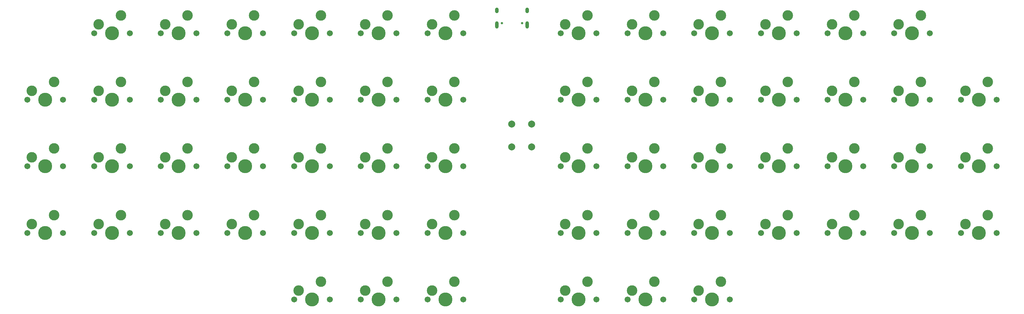
<source format=gbr>
%TF.GenerationSoftware,KiCad,Pcbnew,7.0.9*%
%TF.CreationDate,2024-01-02T18:20:27+09:00*%
%TF.ProjectId,SpaceCadet2024,53706163-6543-4616-9465-74323032342e,rev?*%
%TF.SameCoordinates,Original*%
%TF.FileFunction,Soldermask,Top*%
%TF.FilePolarity,Negative*%
%FSLAX46Y46*%
G04 Gerber Fmt 4.6, Leading zero omitted, Abs format (unit mm)*
G04 Created by KiCad (PCBNEW 7.0.9) date 2024-01-02 18:20:27*
%MOMM*%
%LPD*%
G01*
G04 APERTURE LIST*
%ADD10C,1.701800*%
%ADD11C,3.000000*%
%ADD12C,3.987800*%
%ADD13C,2.000000*%
%ADD14C,0.650000*%
%ADD15O,1.000000X1.600000*%
%ADD16O,1.000000X2.100000*%
G04 APERTURE END LIST*
D10*
%TO.C,SW9*%
X187770000Y-21850000D03*
D11*
X189040000Y-19310000D03*
D12*
X192850000Y-21850000D03*
D11*
X195390000Y-16770000D03*
D10*
X197930000Y-21850000D03*
%TD*%
%TO.C,SW19*%
X149770000Y-40850000D03*
D11*
X151040000Y-38310000D03*
D12*
X154850000Y-40850000D03*
D11*
X157390000Y-35770000D03*
D10*
X159930000Y-40850000D03*
%TD*%
%TO.C,SW38*%
X35770000Y-78850000D03*
D11*
X37040000Y-76310000D03*
D12*
X40850000Y-78850000D03*
D11*
X43390000Y-73770000D03*
D10*
X45930000Y-78850000D03*
%TD*%
%TO.C,SW14*%
X35770000Y-40850000D03*
D11*
X37040000Y-38310000D03*
D12*
X40850000Y-40850000D03*
D11*
X43390000Y-35770000D03*
D10*
X45930000Y-40850000D03*
%TD*%
%TO.C,SW39*%
X54770000Y-78850000D03*
D11*
X56040000Y-76310000D03*
D12*
X59850000Y-78850000D03*
D11*
X62390000Y-73770000D03*
D10*
X64930000Y-78850000D03*
%TD*%
%TO.C,SW40*%
X73770000Y-78850000D03*
D11*
X75040000Y-76310000D03*
D12*
X78850000Y-78850000D03*
D11*
X81390000Y-73770000D03*
D10*
X83930000Y-78850000D03*
%TD*%
%TO.C,SW21*%
X187770000Y-40850000D03*
D11*
X189040000Y-38310000D03*
D12*
X192850000Y-40850000D03*
D11*
X195390000Y-35770000D03*
D10*
X197930000Y-40850000D03*
%TD*%
%TO.C,SW56*%
X168770000Y-97850000D03*
D11*
X170040000Y-95310000D03*
D12*
X173850000Y-97850000D03*
D11*
X176390000Y-92770000D03*
D10*
X178930000Y-97850000D03*
%TD*%
%TO.C,SW45*%
X187770000Y-78850000D03*
D11*
X189040000Y-76310000D03*
D12*
X192850000Y-78850000D03*
D11*
X195390000Y-73770000D03*
D10*
X197930000Y-78850000D03*
%TD*%
%TO.C,SW30*%
X111770000Y-59850000D03*
D11*
X113040000Y-57310000D03*
D12*
X116850000Y-59850000D03*
D11*
X119390000Y-54770000D03*
D10*
X121930000Y-59850000D03*
%TD*%
%TO.C,SW50*%
X-2230000Y-59850000D03*
D11*
X-960000Y-57310000D03*
D12*
X2850000Y-59850000D03*
D11*
X5390000Y-54770000D03*
D10*
X7930000Y-59850000D03*
%TD*%
%TO.C,SW33*%
X187770000Y-59850000D03*
D11*
X189040000Y-57310000D03*
D12*
X192850000Y-59850000D03*
D11*
X195390000Y-54770000D03*
D10*
X197930000Y-59850000D03*
%TD*%
%TO.C,SW59*%
X263770000Y-59850000D03*
D11*
X265040000Y-57310000D03*
D12*
X268850000Y-59850000D03*
D11*
X271390000Y-54770000D03*
D10*
X273930000Y-59850000D03*
%TD*%
%TO.C,SW58*%
X263770000Y-78850000D03*
D11*
X265040000Y-76310000D03*
D12*
X268850000Y-78850000D03*
D11*
X271390000Y-73770000D03*
D10*
X273930000Y-78850000D03*
%TD*%
%TO.C,SW12*%
X244770000Y-21850000D03*
D11*
X246040000Y-19310000D03*
D12*
X249850000Y-21850000D03*
D11*
X252390000Y-16770000D03*
D10*
X254930000Y-21850000D03*
%TD*%
%TO.C,SW32*%
X168770000Y-59850000D03*
D11*
X170040000Y-57310000D03*
D12*
X173850000Y-59850000D03*
D11*
X176390000Y-54770000D03*
D10*
X178930000Y-59850000D03*
%TD*%
%TO.C,SW10*%
X206770000Y-21850000D03*
D11*
X208040000Y-19310000D03*
D12*
X211850000Y-21850000D03*
D11*
X214390000Y-16770000D03*
D10*
X216930000Y-21850000D03*
%TD*%
%TO.C,SW22*%
X206770000Y-40850000D03*
D11*
X208040000Y-38310000D03*
D12*
X211850000Y-40850000D03*
D11*
X214390000Y-35770000D03*
D10*
X216930000Y-40850000D03*
%TD*%
%TO.C,SW43*%
X149770000Y-78850000D03*
D11*
X151040000Y-76310000D03*
D12*
X154850000Y-78850000D03*
D11*
X157390000Y-73770000D03*
D10*
X159930000Y-78850000D03*
%TD*%
%TO.C,SW8*%
X168770000Y-21850000D03*
D11*
X170040000Y-19310000D03*
D12*
X173850000Y-21850000D03*
D11*
X176390000Y-16770000D03*
D10*
X178930000Y-21850000D03*
%TD*%
%TO.C,SW55*%
X149770000Y-97850000D03*
D11*
X151040000Y-95310000D03*
D12*
X154850000Y-97850000D03*
D11*
X157390000Y-92770000D03*
D10*
X159930000Y-97850000D03*
%TD*%
%TO.C,SW44*%
X168770000Y-78850000D03*
D11*
X170040000Y-76310000D03*
D12*
X173850000Y-78850000D03*
D11*
X176390000Y-73770000D03*
D10*
X178930000Y-78850000D03*
%TD*%
%TO.C,SW37*%
X16770000Y-78850000D03*
D11*
X18040000Y-76310000D03*
D12*
X21850000Y-78850000D03*
D11*
X24390000Y-73770000D03*
D10*
X26930000Y-78850000D03*
%TD*%
%TO.C,SW1*%
X16770000Y-21850000D03*
D11*
X18040000Y-19310000D03*
D12*
X21850000Y-21850000D03*
D11*
X24390000Y-16770000D03*
D10*
X26930000Y-21850000D03*
%TD*%
%TO.C,SW28*%
X73770000Y-59850000D03*
D11*
X75040000Y-57310000D03*
D12*
X78850000Y-59850000D03*
D11*
X81390000Y-54770000D03*
D10*
X83930000Y-59850000D03*
%TD*%
%TO.C,SW47*%
X225770000Y-78850000D03*
D11*
X227040000Y-76310000D03*
D12*
X230850000Y-78850000D03*
D11*
X233390000Y-73770000D03*
D10*
X235930000Y-78850000D03*
%TD*%
%TO.C,SW29*%
X92770000Y-59850000D03*
D11*
X94040000Y-57310000D03*
D12*
X97850000Y-59850000D03*
D11*
X100390000Y-54770000D03*
D10*
X102930000Y-59850000D03*
%TD*%
%TO.C,SW31*%
X149770000Y-59850000D03*
D11*
X151040000Y-57310000D03*
D12*
X154850000Y-59850000D03*
D11*
X157390000Y-54770000D03*
D10*
X159930000Y-59850000D03*
%TD*%
%TO.C,SW24*%
X244770000Y-40850000D03*
D11*
X246040000Y-38310000D03*
D12*
X249850000Y-40850000D03*
D11*
X252390000Y-35770000D03*
D10*
X254930000Y-40850000D03*
%TD*%
%TO.C,SW27*%
X54780000Y-59850000D03*
D11*
X56050000Y-57310000D03*
D12*
X59860000Y-59850000D03*
D11*
X62400000Y-54770000D03*
D10*
X64940000Y-59850000D03*
%TD*%
%TO.C,SW57*%
X187770000Y-97850000D03*
D11*
X189040000Y-95310000D03*
D12*
X192850000Y-97850000D03*
D11*
X195390000Y-92770000D03*
D10*
X197930000Y-97850000D03*
%TD*%
%TO.C,SW13*%
X16770000Y-40850000D03*
D11*
X18040000Y-38310000D03*
D12*
X21850000Y-40850000D03*
D11*
X24390000Y-35770000D03*
D10*
X26930000Y-40850000D03*
%TD*%
%TO.C,SW53*%
X92770000Y-97850000D03*
D11*
X94040000Y-95310000D03*
D12*
X97850000Y-97850000D03*
D11*
X100390000Y-92770000D03*
D10*
X102930000Y-97850000D03*
%TD*%
%TO.C,SW34*%
X206770000Y-59850000D03*
D11*
X208040000Y-57310000D03*
D12*
X211850000Y-59850000D03*
D11*
X214390000Y-54770000D03*
D10*
X216930000Y-59850000D03*
%TD*%
%TO.C,SW60*%
X263770000Y-40850000D03*
D11*
X265040000Y-38310000D03*
D12*
X268850000Y-40850000D03*
D11*
X271390000Y-35770000D03*
D10*
X273930000Y-40850000D03*
%TD*%
%TO.C,SW17*%
X92770000Y-40850000D03*
D11*
X94040000Y-38310000D03*
D12*
X97850000Y-40850000D03*
D11*
X100390000Y-35770000D03*
D10*
X102930000Y-40850000D03*
%TD*%
%TO.C,SW6*%
X111770000Y-21850000D03*
D11*
X113040000Y-19310000D03*
D12*
X116850000Y-21850000D03*
D11*
X119390000Y-16770000D03*
D10*
X121930000Y-21850000D03*
%TD*%
%TO.C,SW41*%
X92770000Y-78850000D03*
D11*
X94040000Y-76310000D03*
D12*
X97850000Y-78850000D03*
D11*
X100390000Y-73770000D03*
D10*
X102930000Y-78850000D03*
%TD*%
%TO.C,SW52*%
X73770000Y-97850000D03*
D11*
X75040000Y-95310000D03*
D12*
X78850000Y-97850000D03*
D11*
X81390000Y-92770000D03*
D10*
X83930000Y-97850000D03*
%TD*%
%TO.C,SW25*%
X16770000Y-59850000D03*
D11*
X18040000Y-57310000D03*
D12*
X21850000Y-59850000D03*
D11*
X24390000Y-54770000D03*
D10*
X26930000Y-59850000D03*
%TD*%
%TO.C,SW48*%
X244770000Y-78850000D03*
D11*
X246040000Y-76310000D03*
D12*
X249850000Y-78850000D03*
D11*
X252390000Y-73770000D03*
D10*
X254930000Y-78850000D03*
%TD*%
%TO.C,SW42*%
X111770000Y-78850000D03*
D11*
X113040000Y-76310000D03*
D12*
X116850000Y-78850000D03*
D11*
X119390000Y-73770000D03*
D10*
X121930000Y-78850000D03*
%TD*%
%TO.C,SW36*%
X244770000Y-59850000D03*
D11*
X246040000Y-57310000D03*
D12*
X249850000Y-59850000D03*
D11*
X252390000Y-54770000D03*
D10*
X254930000Y-59850000D03*
%TD*%
%TO.C,SW7*%
X149770000Y-21850000D03*
D11*
X151040000Y-19310000D03*
D12*
X154850000Y-21850000D03*
D11*
X157390000Y-16770000D03*
D10*
X159930000Y-21850000D03*
%TD*%
%TO.C,SW4*%
X73770000Y-21850000D03*
D11*
X75040000Y-19310000D03*
D12*
X78850000Y-21850000D03*
D11*
X81390000Y-16770000D03*
D10*
X83930000Y-21850000D03*
%TD*%
%TO.C,SW3*%
X54770000Y-21850000D03*
D11*
X56040000Y-19310000D03*
D12*
X59850000Y-21850000D03*
D11*
X62390000Y-16770000D03*
D10*
X64930000Y-21850000D03*
%TD*%
%TO.C,SW18*%
X111770000Y-40850000D03*
D11*
X113040000Y-38310000D03*
D12*
X116850000Y-40850000D03*
D11*
X119390000Y-35770000D03*
D10*
X121930000Y-40850000D03*
%TD*%
%TO.C,SW11*%
X225770000Y-21850000D03*
D11*
X227040000Y-19310000D03*
D12*
X230850000Y-21850000D03*
D11*
X233390000Y-16770000D03*
D10*
X235930000Y-21850000D03*
%TD*%
%TO.C,SW49*%
X-2230000Y-40850000D03*
D11*
X-960000Y-38310000D03*
D12*
X2850000Y-40850000D03*
D11*
X5390000Y-35770000D03*
D10*
X7930000Y-40850000D03*
%TD*%
%TO.C,SW16*%
X73770000Y-40850000D03*
D11*
X75040000Y-38310000D03*
D12*
X78850000Y-40850000D03*
D11*
X81390000Y-35770000D03*
D10*
X83930000Y-40850000D03*
%TD*%
%TO.C,SW20*%
X168770000Y-40850000D03*
D11*
X170040000Y-38310000D03*
D12*
X173850000Y-40850000D03*
D11*
X176390000Y-35770000D03*
D10*
X178930000Y-40850000D03*
%TD*%
%TO.C,SW46*%
X206770000Y-78850000D03*
D11*
X208040000Y-76310000D03*
D12*
X211850000Y-78850000D03*
D11*
X214390000Y-73770000D03*
D10*
X216930000Y-78850000D03*
%TD*%
%TO.C,SW35*%
X225770000Y-59850000D03*
D11*
X227040000Y-57310000D03*
D12*
X230850000Y-59850000D03*
D11*
X233390000Y-54770000D03*
D10*
X235930000Y-59850000D03*
%TD*%
%TO.C,SW15*%
X54770000Y-40850000D03*
D11*
X56040000Y-38310000D03*
D12*
X59850000Y-40850000D03*
D11*
X62390000Y-35770000D03*
D10*
X64930000Y-40850000D03*
%TD*%
%TO.C,SW26*%
X35770000Y-59850000D03*
D11*
X37040000Y-57310000D03*
D12*
X40850000Y-59850000D03*
D11*
X43390000Y-54770000D03*
D10*
X45930000Y-59850000D03*
%TD*%
%TO.C,SW2*%
X35770000Y-21850000D03*
D11*
X37040000Y-19310000D03*
D12*
X40850000Y-21850000D03*
D11*
X43390000Y-16770000D03*
D10*
X45930000Y-21850000D03*
%TD*%
%TO.C,SW5*%
X92770000Y-21850000D03*
D11*
X94040000Y-19310000D03*
D12*
X97850000Y-21850000D03*
D11*
X100390000Y-16770000D03*
D10*
X102930000Y-21850000D03*
%TD*%
%TO.C,SW23*%
X225770000Y-40850000D03*
D11*
X227040000Y-38310000D03*
D12*
X230850000Y-40850000D03*
D11*
X233390000Y-35770000D03*
D10*
X235930000Y-40850000D03*
%TD*%
%TO.C,SW54*%
X111770000Y-97850000D03*
D11*
X113040000Y-95310000D03*
D12*
X116850000Y-97850000D03*
D11*
X119390000Y-92770000D03*
D10*
X121930000Y-97850000D03*
%TD*%
%TO.C,SW51*%
X-2230000Y-78850000D03*
D11*
X-960000Y-76310000D03*
D12*
X2850000Y-78850000D03*
D11*
X5390000Y-73770000D03*
D10*
X7930000Y-78850000D03*
%TD*%
D13*
%TO.C,RS1*%
X135800000Y-54300000D03*
X135800000Y-47800000D03*
%TD*%
D14*
%TO.C,IO1*%
X132960000Y-18980000D03*
X138740000Y-18980000D03*
D15*
X131530000Y-15330000D03*
D16*
X131530000Y-19510000D03*
D15*
X140170000Y-15330000D03*
D16*
X140170000Y-19510000D03*
%TD*%
D13*
%TO.C,BT1*%
X141400000Y-54300000D03*
X141400000Y-47800000D03*
%TD*%
M02*

</source>
